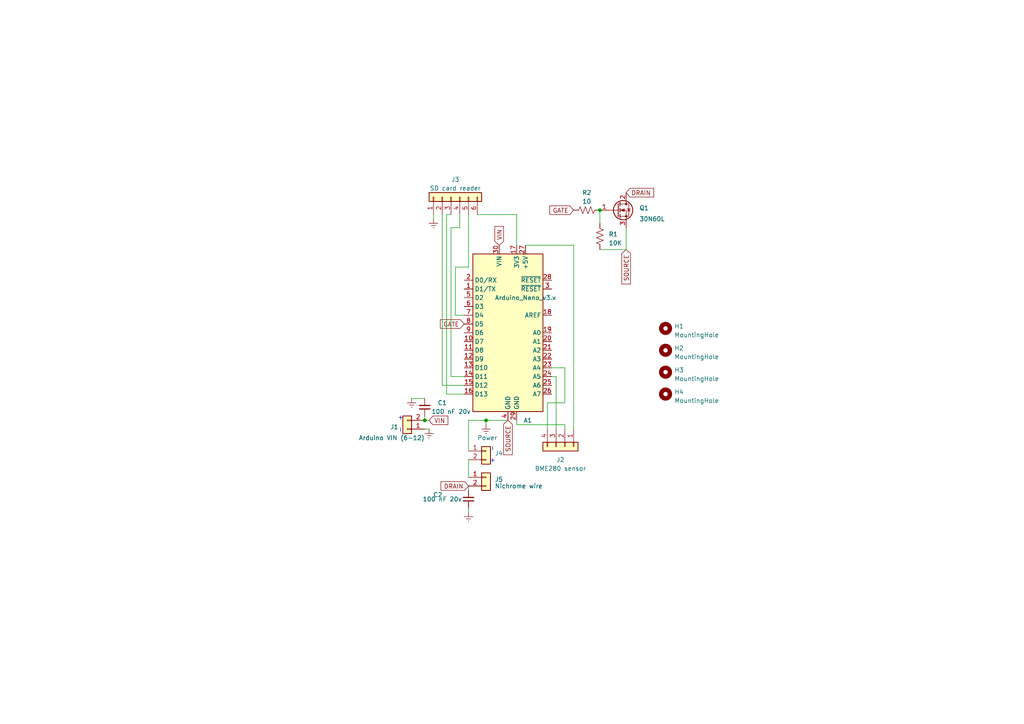
<source format=kicad_sch>
(kicad_sch (version 20230121) (generator eeschema)

  (uuid 1327e86c-540b-41e6-bd30-fab3cd20ffe9)

  (paper "A4")

  (lib_symbols
    (symbol "Connector_Generic:Conn_01x02" (pin_names (offset 1.016) hide) (in_bom yes) (on_board yes)
      (property "Reference" "J" (at 0 2.54 0)
        (effects (font (size 1.27 1.27)))
      )
      (property "Value" "Conn_01x02" (at 0 -5.08 0)
        (effects (font (size 1.27 1.27)))
      )
      (property "Footprint" "" (at 0 0 0)
        (effects (font (size 1.27 1.27)) hide)
      )
      (property "Datasheet" "~" (at 0 0 0)
        (effects (font (size 1.27 1.27)) hide)
      )
      (property "ki_keywords" "connector" (at 0 0 0)
        (effects (font (size 1.27 1.27)) hide)
      )
      (property "ki_description" "Generic connector, single row, 01x02, script generated (kicad-library-utils/schlib/autogen/connector/)" (at 0 0 0)
        (effects (font (size 1.27 1.27)) hide)
      )
      (property "ki_fp_filters" "Connector*:*_1x??_*" (at 0 0 0)
        (effects (font (size 1.27 1.27)) hide)
      )
      (symbol "Conn_01x02_1_1"
        (rectangle (start -1.27 -2.413) (end 0 -2.667)
          (stroke (width 0.1524) (type default))
          (fill (type none))
        )
        (rectangle (start -1.27 0.127) (end 0 -0.127)
          (stroke (width 0.1524) (type default))
          (fill (type none))
        )
        (rectangle (start -1.27 1.27) (end 1.27 -3.81)
          (stroke (width 0.254) (type default))
          (fill (type background))
        )
        (pin passive line (at -5.08 0 0) (length 3.81)
          (name "Pin_1" (effects (font (size 1.27 1.27))))
          (number "1" (effects (font (size 1.27 1.27))))
        )
        (pin passive line (at -5.08 -2.54 0) (length 3.81)
          (name "Pin_2" (effects (font (size 1.27 1.27))))
          (number "2" (effects (font (size 1.27 1.27))))
        )
      )
    )
    (symbol "Connector_Generic:Conn_01x04" (pin_names (offset 1.016) hide) (in_bom yes) (on_board yes)
      (property "Reference" "J" (at 0 5.08 0)
        (effects (font (size 1.27 1.27)))
      )
      (property "Value" "Conn_01x04" (at 0 -7.62 0)
        (effects (font (size 1.27 1.27)))
      )
      (property "Footprint" "" (at 0 0 0)
        (effects (font (size 1.27 1.27)) hide)
      )
      (property "Datasheet" "~" (at 0 0 0)
        (effects (font (size 1.27 1.27)) hide)
      )
      (property "ki_keywords" "connector" (at 0 0 0)
        (effects (font (size 1.27 1.27)) hide)
      )
      (property "ki_description" "Generic connector, single row, 01x04, script generated (kicad-library-utils/schlib/autogen/connector/)" (at 0 0 0)
        (effects (font (size 1.27 1.27)) hide)
      )
      (property "ki_fp_filters" "Connector*:*_1x??_*" (at 0 0 0)
        (effects (font (size 1.27 1.27)) hide)
      )
      (symbol "Conn_01x04_1_1"
        (rectangle (start -1.27 -4.953) (end 0 -5.207)
          (stroke (width 0.1524) (type default))
          (fill (type none))
        )
        (rectangle (start -1.27 -2.413) (end 0 -2.667)
          (stroke (width 0.1524) (type default))
          (fill (type none))
        )
        (rectangle (start -1.27 0.127) (end 0 -0.127)
          (stroke (width 0.1524) (type default))
          (fill (type none))
        )
        (rectangle (start -1.27 2.667) (end 0 2.413)
          (stroke (width 0.1524) (type default))
          (fill (type none))
        )
        (rectangle (start -1.27 3.81) (end 1.27 -6.35)
          (stroke (width 0.254) (type default))
          (fill (type background))
        )
        (pin passive line (at -5.08 2.54 0) (length 3.81)
          (name "Pin_1" (effects (font (size 1.27 1.27))))
          (number "1" (effects (font (size 1.27 1.27))))
        )
        (pin passive line (at -5.08 0 0) (length 3.81)
          (name "Pin_2" (effects (font (size 1.27 1.27))))
          (number "2" (effects (font (size 1.27 1.27))))
        )
        (pin passive line (at -5.08 -2.54 0) (length 3.81)
          (name "Pin_3" (effects (font (size 1.27 1.27))))
          (number "3" (effects (font (size 1.27 1.27))))
        )
        (pin passive line (at -5.08 -5.08 0) (length 3.81)
          (name "Pin_4" (effects (font (size 1.27 1.27))))
          (number "4" (effects (font (size 1.27 1.27))))
        )
      )
    )
    (symbol "Connector_Generic:Conn_01x06" (pin_names (offset 1.016) hide) (in_bom yes) (on_board yes)
      (property "Reference" "J" (at 0 7.62 0)
        (effects (font (size 1.27 1.27)))
      )
      (property "Value" "Conn_01x06" (at 0 -10.16 0)
        (effects (font (size 1.27 1.27)))
      )
      (property "Footprint" "" (at 0 0 0)
        (effects (font (size 1.27 1.27)) hide)
      )
      (property "Datasheet" "~" (at 0 0 0)
        (effects (font (size 1.27 1.27)) hide)
      )
      (property "ki_keywords" "connector" (at 0 0 0)
        (effects (font (size 1.27 1.27)) hide)
      )
      (property "ki_description" "Generic connector, single row, 01x06, script generated (kicad-library-utils/schlib/autogen/connector/)" (at 0 0 0)
        (effects (font (size 1.27 1.27)) hide)
      )
      (property "ki_fp_filters" "Connector*:*_1x??_*" (at 0 0 0)
        (effects (font (size 1.27 1.27)) hide)
      )
      (symbol "Conn_01x06_1_1"
        (rectangle (start -1.27 -7.493) (end 0 -7.747)
          (stroke (width 0.1524) (type default))
          (fill (type none))
        )
        (rectangle (start -1.27 -4.953) (end 0 -5.207)
          (stroke (width 0.1524) (type default))
          (fill (type none))
        )
        (rectangle (start -1.27 -2.413) (end 0 -2.667)
          (stroke (width 0.1524) (type default))
          (fill (type none))
        )
        (rectangle (start -1.27 0.127) (end 0 -0.127)
          (stroke (width 0.1524) (type default))
          (fill (type none))
        )
        (rectangle (start -1.27 2.667) (end 0 2.413)
          (stroke (width 0.1524) (type default))
          (fill (type none))
        )
        (rectangle (start -1.27 5.207) (end 0 4.953)
          (stroke (width 0.1524) (type default))
          (fill (type none))
        )
        (rectangle (start -1.27 6.35) (end 1.27 -8.89)
          (stroke (width 0.254) (type default))
          (fill (type background))
        )
        (pin passive line (at -5.08 5.08 0) (length 3.81)
          (name "Pin_1" (effects (font (size 1.27 1.27))))
          (number "1" (effects (font (size 1.27 1.27))))
        )
        (pin passive line (at -5.08 2.54 0) (length 3.81)
          (name "Pin_2" (effects (font (size 1.27 1.27))))
          (number "2" (effects (font (size 1.27 1.27))))
        )
        (pin passive line (at -5.08 0 0) (length 3.81)
          (name "Pin_3" (effects (font (size 1.27 1.27))))
          (number "3" (effects (font (size 1.27 1.27))))
        )
        (pin passive line (at -5.08 -2.54 0) (length 3.81)
          (name "Pin_4" (effects (font (size 1.27 1.27))))
          (number "4" (effects (font (size 1.27 1.27))))
        )
        (pin passive line (at -5.08 -5.08 0) (length 3.81)
          (name "Pin_5" (effects (font (size 1.27 1.27))))
          (number "5" (effects (font (size 1.27 1.27))))
        )
        (pin passive line (at -5.08 -7.62 0) (length 3.81)
          (name "Pin_6" (effects (font (size 1.27 1.27))))
          (number "6" (effects (font (size 1.27 1.27))))
        )
      )
    )
    (symbol "Device:C_Small" (pin_numbers hide) (pin_names (offset 0.254) hide) (in_bom yes) (on_board yes)
      (property "Reference" "C" (at 0.254 1.778 0)
        (effects (font (size 1.27 1.27)) (justify left))
      )
      (property "Value" "C_Small" (at 0.254 -2.032 0)
        (effects (font (size 1.27 1.27)) (justify left))
      )
      (property "Footprint" "" (at 0 0 0)
        (effects (font (size 1.27 1.27)) hide)
      )
      (property "Datasheet" "~" (at 0 0 0)
        (effects (font (size 1.27 1.27)) hide)
      )
      (property "ki_keywords" "capacitor cap" (at 0 0 0)
        (effects (font (size 1.27 1.27)) hide)
      )
      (property "ki_description" "Unpolarized capacitor, small symbol" (at 0 0 0)
        (effects (font (size 1.27 1.27)) hide)
      )
      (property "ki_fp_filters" "C_*" (at 0 0 0)
        (effects (font (size 1.27 1.27)) hide)
      )
      (symbol "C_Small_0_1"
        (polyline
          (pts
            (xy -1.524 -0.508)
            (xy 1.524 -0.508)
          )
          (stroke (width 0.3302) (type default))
          (fill (type none))
        )
        (polyline
          (pts
            (xy -1.524 0.508)
            (xy 1.524 0.508)
          )
          (stroke (width 0.3048) (type default))
          (fill (type none))
        )
      )
      (symbol "C_Small_1_1"
        (pin passive line (at 0 2.54 270) (length 2.032)
          (name "~" (effects (font (size 1.27 1.27))))
          (number "1" (effects (font (size 1.27 1.27))))
        )
        (pin passive line (at 0 -2.54 90) (length 2.032)
          (name "~" (effects (font (size 1.27 1.27))))
          (number "2" (effects (font (size 1.27 1.27))))
        )
      )
    )
    (symbol "Device:Q_NMOS_GDS" (pin_names (offset 0) hide) (in_bom yes) (on_board yes)
      (property "Reference" "Q" (at 5.08 1.27 0)
        (effects (font (size 1.27 1.27)) (justify left))
      )
      (property "Value" "Q_NMOS_GDS" (at 5.08 -1.27 0)
        (effects (font (size 1.27 1.27)) (justify left))
      )
      (property "Footprint" "" (at 5.08 2.54 0)
        (effects (font (size 1.27 1.27)) hide)
      )
      (property "Datasheet" "~" (at 0 0 0)
        (effects (font (size 1.27 1.27)) hide)
      )
      (property "ki_keywords" "transistor NMOS N-MOS N-MOSFET" (at 0 0 0)
        (effects (font (size 1.27 1.27)) hide)
      )
      (property "ki_description" "N-MOSFET transistor, gate/drain/source" (at 0 0 0)
        (effects (font (size 1.27 1.27)) hide)
      )
      (symbol "Q_NMOS_GDS_0_1"
        (polyline
          (pts
            (xy 0.254 0)
            (xy -2.54 0)
          )
          (stroke (width 0) (type default))
          (fill (type none))
        )
        (polyline
          (pts
            (xy 0.254 1.905)
            (xy 0.254 -1.905)
          )
          (stroke (width 0.254) (type default))
          (fill (type none))
        )
        (polyline
          (pts
            (xy 0.762 -1.27)
            (xy 0.762 -2.286)
          )
          (stroke (width 0.254) (type default))
          (fill (type none))
        )
        (polyline
          (pts
            (xy 0.762 0.508)
            (xy 0.762 -0.508)
          )
          (stroke (width 0.254) (type default))
          (fill (type none))
        )
        (polyline
          (pts
            (xy 0.762 2.286)
            (xy 0.762 1.27)
          )
          (stroke (width 0.254) (type default))
          (fill (type none))
        )
        (polyline
          (pts
            (xy 2.54 2.54)
            (xy 2.54 1.778)
          )
          (stroke (width 0) (type default))
          (fill (type none))
        )
        (polyline
          (pts
            (xy 2.54 -2.54)
            (xy 2.54 0)
            (xy 0.762 0)
          )
          (stroke (width 0) (type default))
          (fill (type none))
        )
        (polyline
          (pts
            (xy 0.762 -1.778)
            (xy 3.302 -1.778)
            (xy 3.302 1.778)
            (xy 0.762 1.778)
          )
          (stroke (width 0) (type default))
          (fill (type none))
        )
        (polyline
          (pts
            (xy 1.016 0)
            (xy 2.032 0.381)
            (xy 2.032 -0.381)
            (xy 1.016 0)
          )
          (stroke (width 0) (type default))
          (fill (type outline))
        )
        (polyline
          (pts
            (xy 2.794 0.508)
            (xy 2.921 0.381)
            (xy 3.683 0.381)
            (xy 3.81 0.254)
          )
          (stroke (width 0) (type default))
          (fill (type none))
        )
        (polyline
          (pts
            (xy 3.302 0.381)
            (xy 2.921 -0.254)
            (xy 3.683 -0.254)
            (xy 3.302 0.381)
          )
          (stroke (width 0) (type default))
          (fill (type none))
        )
        (circle (center 1.651 0) (radius 2.794)
          (stroke (width 0.254) (type default))
          (fill (type none))
        )
        (circle (center 2.54 -1.778) (radius 0.254)
          (stroke (width 0) (type default))
          (fill (type outline))
        )
        (circle (center 2.54 1.778) (radius 0.254)
          (stroke (width 0) (type default))
          (fill (type outline))
        )
      )
      (symbol "Q_NMOS_GDS_1_1"
        (pin input line (at -5.08 0 0) (length 2.54)
          (name "G" (effects (font (size 1.27 1.27))))
          (number "1" (effects (font (size 1.27 1.27))))
        )
        (pin passive line (at 2.54 5.08 270) (length 2.54)
          (name "D" (effects (font (size 1.27 1.27))))
          (number "2" (effects (font (size 1.27 1.27))))
        )
        (pin passive line (at 2.54 -5.08 90) (length 2.54)
          (name "S" (effects (font (size 1.27 1.27))))
          (number "3" (effects (font (size 1.27 1.27))))
        )
      )
    )
    (symbol "Device:R_US" (pin_numbers hide) (pin_names (offset 0)) (in_bom yes) (on_board yes)
      (property "Reference" "R" (at 2.54 0 90)
        (effects (font (size 1.27 1.27)))
      )
      (property "Value" "R_US" (at -2.54 0 90)
        (effects (font (size 1.27 1.27)))
      )
      (property "Footprint" "" (at 1.016 -0.254 90)
        (effects (font (size 1.27 1.27)) hide)
      )
      (property "Datasheet" "~" (at 0 0 0)
        (effects (font (size 1.27 1.27)) hide)
      )
      (property "ki_keywords" "R res resistor" (at 0 0 0)
        (effects (font (size 1.27 1.27)) hide)
      )
      (property "ki_description" "Resistor, US symbol" (at 0 0 0)
        (effects (font (size 1.27 1.27)) hide)
      )
      (property "ki_fp_filters" "R_*" (at 0 0 0)
        (effects (font (size 1.27 1.27)) hide)
      )
      (symbol "R_US_0_1"
        (polyline
          (pts
            (xy 0 -2.286)
            (xy 0 -2.54)
          )
          (stroke (width 0) (type default))
          (fill (type none))
        )
        (polyline
          (pts
            (xy 0 2.286)
            (xy 0 2.54)
          )
          (stroke (width 0) (type default))
          (fill (type none))
        )
        (polyline
          (pts
            (xy 0 -0.762)
            (xy 1.016 -1.143)
            (xy 0 -1.524)
            (xy -1.016 -1.905)
            (xy 0 -2.286)
          )
          (stroke (width 0) (type default))
          (fill (type none))
        )
        (polyline
          (pts
            (xy 0 0.762)
            (xy 1.016 0.381)
            (xy 0 0)
            (xy -1.016 -0.381)
            (xy 0 -0.762)
          )
          (stroke (width 0) (type default))
          (fill (type none))
        )
        (polyline
          (pts
            (xy 0 2.286)
            (xy 1.016 1.905)
            (xy 0 1.524)
            (xy -1.016 1.143)
            (xy 0 0.762)
          )
          (stroke (width 0) (type default))
          (fill (type none))
        )
      )
      (symbol "R_US_1_1"
        (pin passive line (at 0 3.81 270) (length 1.27)
          (name "~" (effects (font (size 1.27 1.27))))
          (number "1" (effects (font (size 1.27 1.27))))
        )
        (pin passive line (at 0 -3.81 90) (length 1.27)
          (name "~" (effects (font (size 1.27 1.27))))
          (number "2" (effects (font (size 1.27 1.27))))
        )
      )
    )
    (symbol "MCU_Module:Arduino_Nano_v3.x" (in_bom yes) (on_board yes)
      (property "Reference" "A" (at -10.16 23.495 0)
        (effects (font (size 1.27 1.27)) (justify left bottom))
      )
      (property "Value" "Arduino_Nano_v3.x" (at 5.08 -24.13 0)
        (effects (font (size 1.27 1.27)) (justify left top))
      )
      (property "Footprint" "Module:Arduino_Nano" (at 0 0 0)
        (effects (font (size 1.27 1.27) italic) hide)
      )
      (property "Datasheet" "http://www.mouser.com/pdfdocs/Gravitech_Arduino_Nano3_0.pdf" (at 0 0 0)
        (effects (font (size 1.27 1.27)) hide)
      )
      (property "ki_keywords" "Arduino nano microcontroller module USB" (at 0 0 0)
        (effects (font (size 1.27 1.27)) hide)
      )
      (property "ki_description" "Arduino Nano v3.x" (at 0 0 0)
        (effects (font (size 1.27 1.27)) hide)
      )
      (property "ki_fp_filters" "Arduino*Nano*" (at 0 0 0)
        (effects (font (size 1.27 1.27)) hide)
      )
      (symbol "Arduino_Nano_v3.x_0_1"
        (rectangle (start -10.16 22.86) (end 10.16 -22.86)
          (stroke (width 0.254) (type default))
          (fill (type background))
        )
      )
      (symbol "Arduino_Nano_v3.x_1_1"
        (pin bidirectional line (at -12.7 12.7 0) (length 2.54)
          (name "D1/TX" (effects (font (size 1.27 1.27))))
          (number "1" (effects (font (size 1.27 1.27))))
        )
        (pin bidirectional line (at -12.7 -2.54 0) (length 2.54)
          (name "D7" (effects (font (size 1.27 1.27))))
          (number "10" (effects (font (size 1.27 1.27))))
        )
        (pin bidirectional line (at -12.7 -5.08 0) (length 2.54)
          (name "D8" (effects (font (size 1.27 1.27))))
          (number "11" (effects (font (size 1.27 1.27))))
        )
        (pin bidirectional line (at -12.7 -7.62 0) (length 2.54)
          (name "D9" (effects (font (size 1.27 1.27))))
          (number "12" (effects (font (size 1.27 1.27))))
        )
        (pin bidirectional line (at -12.7 -10.16 0) (length 2.54)
          (name "D10" (effects (font (size 1.27 1.27))))
          (number "13" (effects (font (size 1.27 1.27))))
        )
        (pin bidirectional line (at -12.7 -12.7 0) (length 2.54)
          (name "D11" (effects (font (size 1.27 1.27))))
          (number "14" (effects (font (size 1.27 1.27))))
        )
        (pin bidirectional line (at -12.7 -15.24 0) (length 2.54)
          (name "D12" (effects (font (size 1.27 1.27))))
          (number "15" (effects (font (size 1.27 1.27))))
        )
        (pin bidirectional line (at -12.7 -17.78 0) (length 2.54)
          (name "D13" (effects (font (size 1.27 1.27))))
          (number "16" (effects (font (size 1.27 1.27))))
        )
        (pin power_out line (at 2.54 25.4 270) (length 2.54)
          (name "3V3" (effects (font (size 1.27 1.27))))
          (number "17" (effects (font (size 1.27 1.27))))
        )
        (pin input line (at 12.7 5.08 180) (length 2.54)
          (name "AREF" (effects (font (size 1.27 1.27))))
          (number "18" (effects (font (size 1.27 1.27))))
        )
        (pin bidirectional line (at 12.7 0 180) (length 2.54)
          (name "A0" (effects (font (size 1.27 1.27))))
          (number "19" (effects (font (size 1.27 1.27))))
        )
        (pin bidirectional line (at -12.7 15.24 0) (length 2.54)
          (name "D0/RX" (effects (font (size 1.27 1.27))))
          (number "2" (effects (font (size 1.27 1.27))))
        )
        (pin bidirectional line (at 12.7 -2.54 180) (length 2.54)
          (name "A1" (effects (font (size 1.27 1.27))))
          (number "20" (effects (font (size 1.27 1.27))))
        )
        (pin bidirectional line (at 12.7 -5.08 180) (length 2.54)
          (name "A2" (effects (font (size 1.27 1.27))))
          (number "21" (effects (font (size 1.27 1.27))))
        )
        (pin bidirectional line (at 12.7 -7.62 180) (length 2.54)
          (name "A3" (effects (font (size 1.27 1.27))))
          (number "22" (effects (font (size 1.27 1.27))))
        )
        (pin bidirectional line (at 12.7 -10.16 180) (length 2.54)
          (name "A4" (effects (font (size 1.27 1.27))))
          (number "23" (effects (font (size 1.27 1.27))))
        )
        (pin bidirectional line (at 12.7 -12.7 180) (length 2.54)
          (name "A5" (effects (font (size 1.27 1.27))))
          (number "24" (effects (font (size 1.27 1.27))))
        )
        (pin bidirectional line (at 12.7 -15.24 180) (length 2.54)
          (name "A6" (effects (font (size 1.27 1.27))))
          (number "25" (effects (font (size 1.27 1.27))))
        )
        (pin bidirectional line (at 12.7 -17.78 180) (length 2.54)
          (name "A7" (effects (font (size 1.27 1.27))))
          (number "26" (effects (font (size 1.27 1.27))))
        )
        (pin power_out line (at 5.08 25.4 270) (length 2.54)
          (name "+5V" (effects (font (size 1.27 1.27))))
          (number "27" (effects (font (size 1.27 1.27))))
        )
        (pin input line (at 12.7 15.24 180) (length 2.54)
          (name "~{RESET}" (effects (font (size 1.27 1.27))))
          (number "28" (effects (font (size 1.27 1.27))))
        )
        (pin power_in line (at 2.54 -25.4 90) (length 2.54)
          (name "GND" (effects (font (size 1.27 1.27))))
          (number "29" (effects (font (size 1.27 1.27))))
        )
        (pin input line (at 12.7 12.7 180) (length 2.54)
          (name "~{RESET}" (effects (font (size 1.27 1.27))))
          (number "3" (effects (font (size 1.27 1.27))))
        )
        (pin power_in line (at -2.54 25.4 270) (length 2.54)
          (name "VIN" (effects (font (size 1.27 1.27))))
          (number "30" (effects (font (size 1.27 1.27))))
        )
        (pin power_in line (at 0 -25.4 90) (length 2.54)
          (name "GND" (effects (font (size 1.27 1.27))))
          (number "4" (effects (font (size 1.27 1.27))))
        )
        (pin bidirectional line (at -12.7 10.16 0) (length 2.54)
          (name "D2" (effects (font (size 1.27 1.27))))
          (number "5" (effects (font (size 1.27 1.27))))
        )
        (pin bidirectional line (at -12.7 7.62 0) (length 2.54)
          (name "D3" (effects (font (size 1.27 1.27))))
          (number "6" (effects (font (size 1.27 1.27))))
        )
        (pin bidirectional line (at -12.7 5.08 0) (length 2.54)
          (name "D4" (effects (font (size 1.27 1.27))))
          (number "7" (effects (font (size 1.27 1.27))))
        )
        (pin bidirectional line (at -12.7 2.54 0) (length 2.54)
          (name "D5" (effects (font (size 1.27 1.27))))
          (number "8" (effects (font (size 1.27 1.27))))
        )
        (pin bidirectional line (at -12.7 0 0) (length 2.54)
          (name "D6" (effects (font (size 1.27 1.27))))
          (number "9" (effects (font (size 1.27 1.27))))
        )
      )
    )
    (symbol "Mechanical:MountingHole" (pin_names (offset 1.016)) (in_bom yes) (on_board yes)
      (property "Reference" "H" (at 0 5.08 0)
        (effects (font (size 1.27 1.27)))
      )
      (property "Value" "MountingHole" (at 0 3.175 0)
        (effects (font (size 1.27 1.27)))
      )
      (property "Footprint" "" (at 0 0 0)
        (effects (font (size 1.27 1.27)) hide)
      )
      (property "Datasheet" "~" (at 0 0 0)
        (effects (font (size 1.27 1.27)) hide)
      )
      (property "ki_keywords" "mounting hole" (at 0 0 0)
        (effects (font (size 1.27 1.27)) hide)
      )
      (property "ki_description" "Mounting Hole without connection" (at 0 0 0)
        (effects (font (size 1.27 1.27)) hide)
      )
      (property "ki_fp_filters" "MountingHole*" (at 0 0 0)
        (effects (font (size 1.27 1.27)) hide)
      )
      (symbol "MountingHole_0_1"
        (circle (center 0 0) (radius 1.27)
          (stroke (width 1.27) (type default))
          (fill (type none))
        )
      )
    )
    (symbol "power:Earth" (power) (pin_names (offset 0)) (in_bom yes) (on_board yes)
      (property "Reference" "#PWR" (at 0 -6.35 0)
        (effects (font (size 1.27 1.27)) hide)
      )
      (property "Value" "Earth" (at 0 -3.81 0)
        (effects (font (size 1.27 1.27)) hide)
      )
      (property "Footprint" "" (at 0 0 0)
        (effects (font (size 1.27 1.27)) hide)
      )
      (property "Datasheet" "~" (at 0 0 0)
        (effects (font (size 1.27 1.27)) hide)
      )
      (property "ki_keywords" "global ground gnd" (at 0 0 0)
        (effects (font (size 1.27 1.27)) hide)
      )
      (property "ki_description" "Power symbol creates a global label with name \"Earth\"" (at 0 0 0)
        (effects (font (size 1.27 1.27)) hide)
      )
      (symbol "Earth_0_1"
        (polyline
          (pts
            (xy -0.635 -1.905)
            (xy 0.635 -1.905)
          )
          (stroke (width 0) (type default))
          (fill (type none))
        )
        (polyline
          (pts
            (xy -0.127 -2.54)
            (xy 0.127 -2.54)
          )
          (stroke (width 0) (type default))
          (fill (type none))
        )
        (polyline
          (pts
            (xy 0 -1.27)
            (xy 0 0)
          )
          (stroke (width 0) (type default))
          (fill (type none))
        )
        (polyline
          (pts
            (xy 1.27 -1.27)
            (xy -1.27 -1.27)
          )
          (stroke (width 0) (type default))
          (fill (type none))
        )
      )
      (symbol "Earth_1_1"
        (pin power_in line (at 0 0 270) (length 0) hide
          (name "Earth" (effects (font (size 1.27 1.27))))
          (number "1" (effects (font (size 1.27 1.27))))
        )
      )
    )
  )

  (junction (at 173.99 60.96) (diameter 0) (color 0 0 0 0)
    (uuid 0d4a1a8f-8dad-4ea0-8105-397b7c170726)
  )
  (junction (at 140.97 121.92) (diameter 0) (color 0 0 0 0)
    (uuid 3267488e-43c2-4e9e-bd6b-d2c45a59ed5a)
  )
  (junction (at 123.19 121.92) (diameter 0) (color 0 0 0 0)
    (uuid 5ccb35d9-c5b7-4d03-82c0-17011b01d374)
  )

  (wire (pts (xy 123.19 120.65) (xy 123.19 121.92))
    (stroke (width 0) (type default))
    (uuid 0ccc2091-78a8-44b4-8c88-f23cf31502d3)
  )
  (wire (pts (xy 135.89 62.23) (xy 135.89 77.47))
    (stroke (width 0) (type default))
    (uuid 123dbab8-b5bf-4db3-ad16-905ecaf2bf1d)
  )
  (wire (pts (xy 135.89 133.35) (xy 135.89 138.43))
    (stroke (width 0) (type default))
    (uuid 13ab2dd2-e680-447b-b1fb-8e15f9a9c1d4)
  )
  (wire (pts (xy 130.81 66.04) (xy 130.81 109.22))
    (stroke (width 0) (type default))
    (uuid 15a47b6f-0400-43e9-a9b4-9baba0cfe3c6)
  )
  (wire (pts (xy 138.43 62.23) (xy 149.86 62.23))
    (stroke (width 0) (type default))
    (uuid 1ad5ba51-1765-4817-adfd-66c0c54759d8)
  )
  (wire (pts (xy 163.83 124.46) (xy 163.83 123.19))
    (stroke (width 0) (type default))
    (uuid 2375b95a-0b4f-4e35-82fa-3179574eac0f)
  )
  (wire (pts (xy 158.75 124.46) (xy 158.75 116.84))
    (stroke (width 0) (type default))
    (uuid 24802fe5-769b-45d8-9d30-a7cd84877eda)
  )
  (wire (pts (xy 135.89 121.92) (xy 140.97 121.92))
    (stroke (width 0) (type default))
    (uuid 297c51d6-11ff-4e9e-977e-decfa704f904)
  )
  (wire (pts (xy 130.81 109.22) (xy 134.62 109.22))
    (stroke (width 0) (type default))
    (uuid 2d9e845d-1347-43a7-beaf-40ba098b6af7)
  )
  (wire (pts (xy 123.19 121.92) (xy 124.46 121.92))
    (stroke (width 0) (type default))
    (uuid 34fa3a68-3cee-4df1-b7c6-cbc40b5b6ae0)
  )
  (wire (pts (xy 125.73 62.23) (xy 125.73 63.5))
    (stroke (width 0) (type default))
    (uuid 3a66c12c-dfa9-47c4-8490-02419d67e106)
  )
  (wire (pts (xy 135.89 121.92) (xy 135.89 130.81))
    (stroke (width 0) (type default))
    (uuid 43e462f0-6149-4b88-b875-3925d4eda97d)
  )
  (wire (pts (xy 140.97 121.92) (xy 147.32 121.92))
    (stroke (width 0) (type default))
    (uuid 44e9192a-caad-4a51-b240-998ba2b8939d)
  )
  (wire (pts (xy 166.37 124.46) (xy 166.37 71.12))
    (stroke (width 0) (type default))
    (uuid 4b87abd5-2550-4ee3-b1a6-33c7c6f50dd5)
  )
  (wire (pts (xy 166.37 71.12) (xy 152.4 71.12))
    (stroke (width 0) (type default))
    (uuid 533bf84a-5ba1-44d5-aa61-94ee0318202f)
  )
  (wire (pts (xy 135.89 140.97) (xy 135.89 142.24))
    (stroke (width 0) (type default))
    (uuid 5fc7871d-0ff8-405f-aab5-94fdefdd0e3b)
  )
  (wire (pts (xy 132.08 77.47) (xy 135.89 77.47))
    (stroke (width 0) (type default))
    (uuid 6c91e896-eaf4-4677-b421-31d598146066)
  )
  (wire (pts (xy 161.29 109.22) (xy 160.02 109.22))
    (stroke (width 0) (type default))
    (uuid 6d103f18-f4aa-479d-a857-205e4a60c5c7)
  )
  (wire (pts (xy 140.97 121.92) (xy 140.97 123.19))
    (stroke (width 0) (type default))
    (uuid 75493b92-ba19-4904-aa37-506d8b3d83c5)
  )
  (wire (pts (xy 133.35 66.04) (xy 133.35 62.23))
    (stroke (width 0) (type default))
    (uuid 7ba5b970-3093-4537-b206-62a50fc78142)
  )
  (wire (pts (xy 135.89 148.59) (xy 135.89 147.32))
    (stroke (width 0) (type default))
    (uuid 7e08dcc0-7a99-4b1c-bf4f-c1428bb857c7)
  )
  (wire (pts (xy 128.27 62.23) (xy 128.27 111.76))
    (stroke (width 0) (type default))
    (uuid 80651e1f-ba77-46b6-833c-c6d11ceb4f5b)
  )
  (wire (pts (xy 158.75 116.84) (xy 163.83 116.84))
    (stroke (width 0) (type default))
    (uuid 8453dd44-e38b-4478-adf1-13847eaf2ff7)
  )
  (wire (pts (xy 123.19 124.46) (xy 124.46 124.46))
    (stroke (width 0) (type default))
    (uuid 876c43d6-28b9-491e-adb7-83448d256aaf)
  )
  (wire (pts (xy 181.61 72.39) (xy 181.61 66.04))
    (stroke (width 0) (type default))
    (uuid a5498176-cb34-4d24-96d9-9adeec473d40)
  )
  (wire (pts (xy 173.99 72.39) (xy 181.61 72.39))
    (stroke (width 0) (type default))
    (uuid a855c44e-8c6b-49e3-9d8d-297d62d37d1c)
  )
  (wire (pts (xy 163.83 123.19) (xy 149.86 123.19))
    (stroke (width 0) (type default))
    (uuid aba7c2c1-8b25-4acd-8fa1-cfdde21ba32b)
  )
  (wire (pts (xy 173.99 64.77) (xy 173.99 60.96))
    (stroke (width 0) (type default))
    (uuid b3b46cb9-1c3e-4d9c-a99f-c9f543977089)
  )
  (wire (pts (xy 163.83 106.68) (xy 160.02 106.68))
    (stroke (width 0) (type default))
    (uuid b427dfba-5e4a-44c0-b70e-f6164bc73ee5)
  )
  (wire (pts (xy 163.83 116.84) (xy 163.83 106.68))
    (stroke (width 0) (type default))
    (uuid b4a7f813-8a10-42f1-bf7f-99772a2fa924)
  )
  (wire (pts (xy 161.29 124.46) (xy 161.29 109.22))
    (stroke (width 0) (type default))
    (uuid b6bf7972-e980-4417-bc0d-24c1d78d97b0)
  )
  (wire (pts (xy 130.81 66.04) (xy 133.35 66.04))
    (stroke (width 0) (type default))
    (uuid b8c9fd51-81c4-4805-a65b-cb25a45ac011)
  )
  (wire (pts (xy 149.86 62.23) (xy 149.86 71.12))
    (stroke (width 0) (type default))
    (uuid c0718eec-e6d8-4179-a08b-d89348c6f528)
  )
  (wire (pts (xy 119.38 115.57) (xy 123.19 115.57))
    (stroke (width 0) (type default))
    (uuid c099ccce-1f49-4c9c-8869-dafbdeb37920)
  )
  (wire (pts (xy 129.54 62.23) (xy 129.54 114.3))
    (stroke (width 0) (type default))
    (uuid cfe15bf5-28a6-43a7-b1c4-c6ef98cad0ef)
  )
  (wire (pts (xy 128.27 111.76) (xy 134.62 111.76))
    (stroke (width 0) (type default))
    (uuid d4852ec3-0c48-45c4-a8a1-bf06181f8d61)
  )
  (wire (pts (xy 149.86 123.19) (xy 149.86 121.92))
    (stroke (width 0) (type default))
    (uuid d503b5d3-355e-470e-91a6-d7d56e3671ef)
  )
  (wire (pts (xy 132.08 91.44) (xy 134.62 91.44))
    (stroke (width 0) (type default))
    (uuid ddef27c8-d05b-4665-a455-3adecb3a1cbc)
  )
  (wire (pts (xy 132.08 77.47) (xy 132.08 91.44))
    (stroke (width 0) (type default))
    (uuid ddf2d338-e3b7-4b32-9733-1401217e6e23)
  )
  (wire (pts (xy 129.54 114.3) (xy 134.62 114.3))
    (stroke (width 0) (type default))
    (uuid e8c1b4cf-d56b-40d7-8a82-ad678c73ee68)
  )
  (wire (pts (xy 129.54 62.23) (xy 130.81 62.23))
    (stroke (width 0) (type default))
    (uuid eaa96955-bc5d-4014-8c14-012b3a2a5e93)
  )

  (text "+  -" (at 143.51 134.62 90)
    (effects (font (size 1.27 1.27)) (justify left bottom))
    (uuid 547627da-1f89-4fb5-887f-82823d4b6e99)
  )
  (text "-  +" (at 116.84 125.73 90)
    (effects (font (size 1.27 1.27)) (justify left bottom))
    (uuid e71c6178-10a9-46e4-8031-9ff2baf49c0b)
  )

  (global_label "GATE" (shape input) (at 166.37 60.96 180) (fields_autoplaced)
    (effects (font (size 1.27 1.27)) (justify right))
    (uuid 1cd37a45-2b67-4839-a5a6-6f12df90f628)
    (property "Intersheetrefs" "${INTERSHEET_REFS}" (at 158.989 60.96 0)
      (effects (font (size 1.27 1.27)) (justify right) hide)
    )
  )
  (global_label "DRAIN" (shape input) (at 181.61 55.88 0) (fields_autoplaced)
    (effects (font (size 1.27 1.27)) (justify left))
    (uuid 3116431f-88d0-4c91-b19d-36b388ebdc74)
    (property "Intersheetrefs" "${INTERSHEET_REFS}" (at 190.0797 55.88 0)
      (effects (font (size 1.27 1.27)) (justify left) hide)
    )
  )
  (global_label "DRAIN" (shape input) (at 135.89 140.97 180) (fields_autoplaced)
    (effects (font (size 1.27 1.27)) (justify right))
    (uuid 34f8f372-5986-4df3-90a7-942f22cad681)
    (property "Intersheetrefs" "${INTERSHEET_REFS}" (at 127.4203 140.97 0)
      (effects (font (size 1.27 1.27)) (justify right) hide)
    )
  )
  (global_label "GATE" (shape input) (at 134.62 93.98 180) (fields_autoplaced)
    (effects (font (size 1.27 1.27)) (justify right))
    (uuid 3bff9816-4bbc-4319-829b-1e88c21839b6)
    (property "Intersheetrefs" "${INTERSHEET_REFS}" (at 127.239 93.98 0)
      (effects (font (size 1.27 1.27)) (justify right) hide)
    )
  )
  (global_label "SOURCE" (shape input) (at 147.32 121.92 270) (fields_autoplaced)
    (effects (font (size 1.27 1.27)) (justify right))
    (uuid 76333841-1cfa-4521-8688-3b6c37900682)
    (property "Intersheetrefs" "${INTERSHEET_REFS}" (at 147.32 132.3853 90)
      (effects (font (size 1.27 1.27)) (justify right) hide)
    )
  )
  (global_label "VIN" (shape input) (at 124.46 121.92 0) (fields_autoplaced)
    (effects (font (size 1.27 1.27)) (justify left))
    (uuid b9657fd7-618b-4ea1-9089-bded2d209d14)
    (property "Intersheetrefs" "${INTERSHEET_REFS}" (at 130.3897 121.92 0)
      (effects (font (size 1.27 1.27)) (justify left) hide)
    )
  )
  (global_label "SOURCE" (shape input) (at 181.61 72.39 270) (fields_autoplaced)
    (effects (font (size 1.27 1.27)) (justify right))
    (uuid e1a80014-7e21-4536-9afc-b15a017e25cc)
    (property "Intersheetrefs" "${INTERSHEET_REFS}" (at 181.61 82.8553 90)
      (effects (font (size 1.27 1.27)) (justify right) hide)
    )
  )
  (global_label "VIN" (shape input) (at 144.78 71.12 90) (fields_autoplaced)
    (effects (font (size 1.27 1.27)) (justify left))
    (uuid e2090855-0c47-4c07-b768-f2b58649df20)
    (property "Intersheetrefs" "${INTERSHEET_REFS}" (at 144.78 65.1903 90)
      (effects (font (size 1.27 1.27)) (justify left) hide)
    )
  )

  (symbol (lib_id "power:Earth") (at 125.73 63.5 0) (unit 1)
    (in_bom yes) (on_board yes) (dnp no) (fields_autoplaced)
    (uuid 0b2978da-106a-4a22-aea6-268e0a69fd41)
    (property "Reference" "#PWR03" (at 125.73 69.85 0)
      (effects (font (size 1.27 1.27)) hide)
    )
    (property "Value" "Earth" (at 125.73 67.31 0)
      (effects (font (size 1.27 1.27)) hide)
    )
    (property "Footprint" "" (at 125.73 63.5 0)
      (effects (font (size 1.27 1.27)) hide)
    )
    (property "Datasheet" "~" (at 125.73 63.5 0)
      (effects (font (size 1.27 1.27)) hide)
    )
    (pin "1" (uuid 08250048-26b7-4a49-87cd-273dba0e5498))
    (instances
      (project "Elias'supercoolpcbheater"
        (path "/1327e86c-540b-41e6-bd30-fab3cd20ffe9"
          (reference "#PWR03") (unit 1)
        )
      )
    )
  )

  (symbol (lib_id "MCU_Module:Arduino_Nano_v3.x") (at 147.32 96.52 0) (unit 1)
    (in_bom yes) (on_board yes) (dnp no)
    (uuid 26c350d3-7dc6-4094-9542-2ae869346570)
    (property "Reference" "A1" (at 151.8159 121.92 0)
      (effects (font (size 1.27 1.27)) (justify left))
    )
    (property "Value" "Arduino_Nano_v3.x" (at 143.51 86.36 0)
      (effects (font (size 1.27 1.27)) (justify left))
    )
    (property "Footprint" "Module:Arduino_Nano" (at 147.32 96.52 0)
      (effects (font (size 1.27 1.27) italic) hide)
    )
    (property "Datasheet" "http://www.mouser.com/pdfdocs/Gravitech_Arduino_Nano3_0.pdf" (at 147.32 96.52 0)
      (effects (font (size 1.27 1.27)) hide)
    )
    (pin "1" (uuid 0e0f955e-3158-44cd-bcf9-37433e22ada6))
    (pin "10" (uuid adfc6719-a649-46ce-a8bd-4a82cb01490c))
    (pin "11" (uuid 526e11d3-fc6f-4bd2-8095-c74638915c58))
    (pin "12" (uuid e3076684-de0c-4362-9c39-b4f0238a49c6))
    (pin "13" (uuid 5c480d1a-39ee-403e-95cf-34de06eb5d7b))
    (pin "14" (uuid 83073ce0-4736-4011-a957-75219ebd5f48))
    (pin "15" (uuid 8348980f-cc8b-4bb3-a2eb-1e92c3a302a9))
    (pin "16" (uuid 57f5f0af-0672-435e-890e-676e671077f7))
    (pin "17" (uuid bb07a930-7866-4d05-a2ce-429370fe0ca3))
    (pin "18" (uuid 91b60374-af77-4bf2-b88a-70d1fd9d611b))
    (pin "19" (uuid 7100794a-916b-4c77-95b1-8409a6d63b52))
    (pin "2" (uuid de59a03b-489f-4336-bfe1-1307df906e24))
    (pin "20" (uuid 795c4992-f47a-405b-b876-78fc9a82fe3c))
    (pin "21" (uuid f72b5de4-4df4-4e3d-9d40-43d5fbb7f39c))
    (pin "22" (uuid 670309a9-8d2c-415a-b996-88bef1c2ec2b))
    (pin "23" (uuid b56b1868-5e84-40dc-9554-0c378590db1c))
    (pin "24" (uuid 25158229-79ed-4c09-b28e-4478e7adc437))
    (pin "25" (uuid 2d3dbf53-1558-491e-8330-dfa39534c85b))
    (pin "26" (uuid 41bca247-caaa-4171-8493-7ec5d93dec94))
    (pin "27" (uuid ff7fb76c-88f4-49dc-a7b6-6eb7bc35f11f))
    (pin "28" (uuid a24aa73d-2bcf-4feb-9072-0ae8ca692ed2))
    (pin "29" (uuid 2e94d61c-4efa-4a52-a140-60d01ed73aeb))
    (pin "3" (uuid e301fc64-e373-48d2-a508-510e957a113d))
    (pin "30" (uuid 2ff8efb1-6a38-498b-be0b-4cf21a168ba6))
    (pin "4" (uuid 46c529cd-8ac8-4ed8-82bd-2c22694ad948))
    (pin "5" (uuid 92bddab5-9eed-4268-ba05-9e2eecd4f9f2))
    (pin "6" (uuid 83de863e-b0fc-4a2d-b367-d0ca286b50c0))
    (pin "7" (uuid 75bea1ce-3830-4317-aaa9-cb65d1c300d2))
    (pin "8" (uuid 5e9ee51a-2758-4e93-b2c0-46348f5bcb8e))
    (pin "9" (uuid c6b9eaad-c678-41ca-8628-eacf1af91512))
    (instances
      (project "Elias'supercoolpcbheater"
        (path "/1327e86c-540b-41e6-bd30-fab3cd20ffe9"
          (reference "A1") (unit 1)
        )
      )
    )
  )

  (symbol (lib_id "power:Earth") (at 135.89 148.59 0) (unit 1)
    (in_bom yes) (on_board yes) (dnp no) (fields_autoplaced)
    (uuid 32027cc5-5eda-4ac9-aeac-abd87db6fc96)
    (property "Reference" "#PWR04" (at 135.89 154.94 0)
      (effects (font (size 1.27 1.27)) hide)
    )
    (property "Value" "Earth" (at 135.89 152.4 0)
      (effects (font (size 1.27 1.27)) hide)
    )
    (property "Footprint" "" (at 135.89 148.59 0)
      (effects (font (size 1.27 1.27)) hide)
    )
    (property "Datasheet" "~" (at 135.89 148.59 0)
      (effects (font (size 1.27 1.27)) hide)
    )
    (pin "1" (uuid 7d17054b-7389-4f90-9aae-fba9f9777b18))
    (instances
      (project "Elias'supercoolpcbheater"
        (path "/1327e86c-540b-41e6-bd30-fab3cd20ffe9"
          (reference "#PWR04") (unit 1)
        )
      )
    )
  )

  (symbol (lib_id "Device:C_Small") (at 123.19 118.11 180) (unit 1)
    (in_bom yes) (on_board yes) (dnp no)
    (uuid 32398deb-96f9-4b7d-994d-f22661065681)
    (property "Reference" "C1" (at 128.27 116.84 0)
      (effects (font (size 1.27 1.27)))
    )
    (property "Value" "100 nF 20v" (at 130.81 119.38 0)
      (effects (font (size 1.27 1.27)))
    )
    (property "Footprint" "Capacitor_THT:C_Rect_L10.0mm_W2.5mm_P7.50mm_MKS4" (at 123.19 118.11 0)
      (effects (font (size 1.27 1.27)) hide)
    )
    (property "Datasheet" "~" (at 123.19 118.11 0)
      (effects (font (size 1.27 1.27)) hide)
    )
    (pin "1" (uuid 4b8e6607-d36d-4576-a20b-6c72fc3cf769))
    (pin "2" (uuid 976b9754-fcd4-4236-a1d0-5ca965806b77))
    (instances
      (project "Elias'supercoolpcbheater"
        (path "/1327e86c-540b-41e6-bd30-fab3cd20ffe9"
          (reference "C1") (unit 1)
        )
      )
    )
  )

  (symbol (lib_id "Mechanical:MountingHole") (at 193.04 114.3 0) (unit 1)
    (in_bom yes) (on_board yes) (dnp no) (fields_autoplaced)
    (uuid 3c978649-cfaa-4c5d-84bd-96ccb6f6e4b8)
    (property "Reference" "H4" (at 195.58 113.665 0)
      (effects (font (size 1.27 1.27)) (justify left))
    )
    (property "Value" "MountingHole" (at 195.58 116.205 0)
      (effects (font (size 1.27 1.27)) (justify left))
    )
    (property "Footprint" "MountingHole:MountingHole_3.2mm_M3" (at 193.04 114.3 0)
      (effects (font (size 1.27 1.27)) hide)
    )
    (property "Datasheet" "~" (at 193.04 114.3 0)
      (effects (font (size 1.27 1.27)) hide)
    )
    (instances
      (project "Elias'supercoolpcbheater"
        (path "/1327e86c-540b-41e6-bd30-fab3cd20ffe9"
          (reference "H4") (unit 1)
        )
      )
    )
  )

  (symbol (lib_id "Mechanical:MountingHole") (at 193.04 107.95 0) (unit 1)
    (in_bom yes) (on_board yes) (dnp no) (fields_autoplaced)
    (uuid 3dbd7202-5f9f-407e-98ca-60fc27869e7e)
    (property "Reference" "H3" (at 195.58 107.315 0)
      (effects (font (size 1.27 1.27)) (justify left))
    )
    (property "Value" "MountingHole" (at 195.58 109.855 0)
      (effects (font (size 1.27 1.27)) (justify left))
    )
    (property "Footprint" "MountingHole:MountingHole_3.2mm_M3" (at 193.04 107.95 0)
      (effects (font (size 1.27 1.27)) hide)
    )
    (property "Datasheet" "~" (at 193.04 107.95 0)
      (effects (font (size 1.27 1.27)) hide)
    )
    (instances
      (project "Elias'supercoolpcbheater"
        (path "/1327e86c-540b-41e6-bd30-fab3cd20ffe9"
          (reference "H3") (unit 1)
        )
      )
    )
  )

  (symbol (lib_id "Connector_Generic:Conn_01x02") (at 140.97 138.43 0) (unit 1)
    (in_bom yes) (on_board yes) (dnp no)
    (uuid 4e1b7cda-844c-414a-a8eb-bf5f96990c8a)
    (property "Reference" "J5" (at 143.51 139.065 0)
      (effects (font (size 1.27 1.27)) (justify left))
    )
    (property "Value" "Nichrome wire" (at 143.51 140.97 0)
      (effects (font (size 1.27 1.27)) (justify left))
    )
    (property "Footprint" "Connector_PinHeader_2.54mm:PinHeader_1x02_P2.54mm_Vertical" (at 140.97 138.43 0)
      (effects (font (size 1.27 1.27)) hide)
    )
    (property "Datasheet" "~" (at 140.97 138.43 0)
      (effects (font (size 1.27 1.27)) hide)
    )
    (pin "1" (uuid dfd4356d-3f27-46ed-aed5-f8e61ae4b5b3))
    (pin "2" (uuid df08ada0-d11e-4104-ba60-073eb51d7795))
    (instances
      (project "Elias'supercoolpcbheater"
        (path "/1327e86c-540b-41e6-bd30-fab3cd20ffe9"
          (reference "J5") (unit 1)
        )
      )
    )
  )

  (symbol (lib_id "Device:R_US") (at 170.18 60.96 270) (unit 1)
    (in_bom yes) (on_board yes) (dnp no) (fields_autoplaced)
    (uuid 52bc8e3f-b3a0-4503-b23c-ee573c1e6807)
    (property "Reference" "R2" (at 170.18 55.88 90)
      (effects (font (size 1.27 1.27)))
    )
    (property "Value" "10" (at 170.18 58.42 90)
      (effects (font (size 1.27 1.27)))
    )
    (property "Footprint" "Resistor_THT:R_Axial_DIN0207_L6.3mm_D2.5mm_P10.16mm_Horizontal" (at 169.926 61.976 90)
      (effects (font (size 1.27 1.27)) hide)
    )
    (property "Datasheet" "~" (at 170.18 60.96 0)
      (effects (font (size 1.27 1.27)) hide)
    )
    (pin "1" (uuid 0f0ab81c-42b7-4ff0-adb9-b0ab3a2e1653))
    (pin "2" (uuid e9a67108-19e3-4a94-8061-0d46db4bdd7e))
    (instances
      (project "Elias'supercoolpcbheater"
        (path "/1327e86c-540b-41e6-bd30-fab3cd20ffe9"
          (reference "R2") (unit 1)
        )
      )
    )
  )

  (symbol (lib_id "power:Earth") (at 140.97 123.19 0) (unit 1)
    (in_bom yes) (on_board yes) (dnp no) (fields_autoplaced)
    (uuid 62e1cd11-ab4b-4ce9-b47d-6fa2d8600ed8)
    (property "Reference" "#PWR02" (at 140.97 129.54 0)
      (effects (font (size 1.27 1.27)) hide)
    )
    (property "Value" "Earth" (at 140.97 127 0)
      (effects (font (size 1.27 1.27)) hide)
    )
    (property "Footprint" "" (at 140.97 123.19 0)
      (effects (font (size 1.27 1.27)) hide)
    )
    (property "Datasheet" "~" (at 140.97 123.19 0)
      (effects (font (size 1.27 1.27)) hide)
    )
    (pin "1" (uuid 24f54391-d358-418e-8589-0d003af7b928))
    (instances
      (project "Elias'supercoolpcbheater"
        (path "/1327e86c-540b-41e6-bd30-fab3cd20ffe9"
          (reference "#PWR02") (unit 1)
        )
      )
    )
  )

  (symbol (lib_id "Mechanical:MountingHole") (at 193.04 101.6 0) (unit 1)
    (in_bom yes) (on_board yes) (dnp no) (fields_autoplaced)
    (uuid 66027802-9d2b-415d-a408-572dab4511ea)
    (property "Reference" "H2" (at 195.58 100.965 0)
      (effects (font (size 1.27 1.27)) (justify left))
    )
    (property "Value" "MountingHole" (at 195.58 103.505 0)
      (effects (font (size 1.27 1.27)) (justify left))
    )
    (property "Footprint" "MountingHole:MountingHole_3.2mm_M3" (at 193.04 101.6 0)
      (effects (font (size 1.27 1.27)) hide)
    )
    (property "Datasheet" "~" (at 193.04 101.6 0)
      (effects (font (size 1.27 1.27)) hide)
    )
    (instances
      (project "Elias'supercoolpcbheater"
        (path "/1327e86c-540b-41e6-bd30-fab3cd20ffe9"
          (reference "H2") (unit 1)
        )
      )
    )
  )

  (symbol (lib_id "power:Earth") (at 119.38 115.57 0) (unit 1)
    (in_bom yes) (on_board yes) (dnp no) (fields_autoplaced)
    (uuid 92e92602-97d7-4c5c-9f2b-20f629ca36cc)
    (property "Reference" "#PWR05" (at 119.38 121.92 0)
      (effects (font (size 1.27 1.27)) hide)
    )
    (property "Value" "Earth" (at 119.38 119.38 0)
      (effects (font (size 1.27 1.27)) hide)
    )
    (property "Footprint" "" (at 119.38 115.57 0)
      (effects (font (size 1.27 1.27)) hide)
    )
    (property "Datasheet" "~" (at 119.38 115.57 0)
      (effects (font (size 1.27 1.27)) hide)
    )
    (pin "1" (uuid f998ee95-2527-4335-a620-f417dc5bc645))
    (instances
      (project "Elias'supercoolpcbheater"
        (path "/1327e86c-540b-41e6-bd30-fab3cd20ffe9"
          (reference "#PWR05") (unit 1)
        )
      )
    )
  )

  (symbol (lib_id "Connector_Generic:Conn_01x04") (at 163.83 129.54 270) (unit 1)
    (in_bom yes) (on_board yes) (dnp no) (fields_autoplaced)
    (uuid 93d4dadb-b3b4-40df-a24b-86b6178bd06a)
    (property "Reference" "J2" (at 162.56 133.35 90)
      (effects (font (size 1.27 1.27)))
    )
    (property "Value" "BME280 sensor" (at 162.56 135.89 90)
      (effects (font (size 1.27 1.27)))
    )
    (property "Footprint" "Connector_PinHeader_2.54mm:PinHeader_1x04_P2.54mm_Vertical" (at 163.83 129.54 0)
      (effects (font (size 1.27 1.27)) hide)
    )
    (property "Datasheet" "~" (at 163.83 129.54 0)
      (effects (font (size 1.27 1.27)) hide)
    )
    (pin "1" (uuid 3d123501-8e78-4d81-994a-b0bd4b2934e7))
    (pin "2" (uuid a712f059-4581-4a19-8f19-97ee30d4e590))
    (pin "3" (uuid f24e3499-50c1-4784-8507-d77b72d292b6))
    (pin "4" (uuid a8457350-ec30-41b6-9a1f-7ebf7a44cc4b))
    (instances
      (project "Elias'supercoolpcbheater"
        (path "/1327e86c-540b-41e6-bd30-fab3cd20ffe9"
          (reference "J2") (unit 1)
        )
      )
    )
  )

  (symbol (lib_id "Device:R_US") (at 173.99 68.58 180) (unit 1)
    (in_bom yes) (on_board yes) (dnp no) (fields_autoplaced)
    (uuid ae2c8d3a-2033-43eb-9633-5828b423f5e8)
    (property "Reference" "R1" (at 176.53 67.945 0)
      (effects (font (size 1.27 1.27)) (justify right))
    )
    (property "Value" "10K" (at 176.53 70.485 0)
      (effects (font (size 1.27 1.27)) (justify right))
    )
    (property "Footprint" "Resistor_THT:R_Axial_DIN0207_L6.3mm_D2.5mm_P10.16mm_Horizontal" (at 172.974 68.326 90)
      (effects (font (size 1.27 1.27)) hide)
    )
    (property "Datasheet" "~" (at 173.99 68.58 0)
      (effects (font (size 1.27 1.27)) hide)
    )
    (pin "1" (uuid 323f41bb-318f-4efd-8418-0a4d975eeb09))
    (pin "2" (uuid 4cc83c9e-95c6-4efc-ac7b-fccb54361aaf))
    (instances
      (project "Elias'supercoolpcbheater"
        (path "/1327e86c-540b-41e6-bd30-fab3cd20ffe9"
          (reference "R1") (unit 1)
        )
      )
    )
  )

  (symbol (lib_id "power:Earth") (at 124.46 124.46 0) (unit 1)
    (in_bom yes) (on_board yes) (dnp no) (fields_autoplaced)
    (uuid b1f7594a-0477-470c-b24c-99cf263764b7)
    (property "Reference" "#PWR01" (at 124.46 130.81 0)
      (effects (font (size 1.27 1.27)) hide)
    )
    (property "Value" "Earth" (at 124.46 128.27 0)
      (effects (font (size 1.27 1.27)) hide)
    )
    (property "Footprint" "" (at 124.46 124.46 0)
      (effects (font (size 1.27 1.27)) hide)
    )
    (property "Datasheet" "~" (at 124.46 124.46 0)
      (effects (font (size 1.27 1.27)) hide)
    )
    (pin "1" (uuid 5345f0b4-27d4-4e0d-bc38-107fc07622c2))
    (instances
      (project "Elias'supercoolpcbheater"
        (path "/1327e86c-540b-41e6-bd30-fab3cd20ffe9"
          (reference "#PWR01") (unit 1)
        )
      )
    )
  )

  (symbol (lib_id "Connector_Generic:Conn_01x02") (at 140.97 130.81 0) (unit 1)
    (in_bom yes) (on_board yes) (dnp no)
    (uuid c03081dd-29b3-4dbb-b8fc-ed04b99d851f)
    (property "Reference" "J4" (at 143.51 131.445 0)
      (effects (font (size 1.27 1.27)) (justify left))
    )
    (property "Value" "Power" (at 138.43 127 0)
      (effects (font (size 1.27 1.27)) (justify left))
    )
    (property "Footprint" "Connector_PinHeader_2.54mm:PinHeader_1x02_P2.54mm_Vertical" (at 140.97 130.81 0)
      (effects (font (size 1.27 1.27)) hide)
    )
    (property "Datasheet" "~" (at 140.97 130.81 0)
      (effects (font (size 1.27 1.27)) hide)
    )
    (pin "1" (uuid 58b1f406-5c7b-4ce1-bb6b-fb7b12653146))
    (pin "2" (uuid 1b861786-20ab-4475-9900-bf5d2343633e))
    (instances
      (project "Elias'supercoolpcbheater"
        (path "/1327e86c-540b-41e6-bd30-fab3cd20ffe9"
          (reference "J4") (unit 1)
        )
      )
    )
  )

  (symbol (lib_id "Mechanical:MountingHole") (at 193.04 95.25 0) (unit 1)
    (in_bom yes) (on_board yes) (dnp no) (fields_autoplaced)
    (uuid cc5530b0-8ec5-49fe-8c00-4471d705196e)
    (property "Reference" "H1" (at 195.58 94.615 0)
      (effects (font (size 1.27 1.27)) (justify left))
    )
    (property "Value" "MountingHole" (at 195.58 97.155 0)
      (effects (font (size 1.27 1.27)) (justify left))
    )
    (property "Footprint" "MountingHole:MountingHole_3.2mm_M3" (at 193.04 95.25 0)
      (effects (font (size 1.27 1.27)) hide)
    )
    (property "Datasheet" "~" (at 193.04 95.25 0)
      (effects (font (size 1.27 1.27)) hide)
    )
    (instances
      (project "Elias'supercoolpcbheater"
        (path "/1327e86c-540b-41e6-bd30-fab3cd20ffe9"
          (reference "H1") (unit 1)
        )
      )
    )
  )

  (symbol (lib_id "Connector_Generic:Conn_01x06") (at 130.81 57.15 90) (unit 1)
    (in_bom yes) (on_board yes) (dnp no) (fields_autoplaced)
    (uuid ccf161c2-be73-436b-93dd-a8df313064db)
    (property "Reference" "J3" (at 132.08 52.07 90)
      (effects (font (size 1.27 1.27)))
    )
    (property "Value" "SD card reader" (at 132.08 54.61 90)
      (effects (font (size 1.27 1.27)))
    )
    (property "Footprint" "Connector_PinHeader_2.54mm:PinHeader_1x06_P2.54mm_Vertical" (at 130.81 57.15 0)
      (effects (font (size 1.27 1.27)) hide)
    )
    (property "Datasheet" "~" (at 130.81 57.15 0)
      (effects (font (size 1.27 1.27)) hide)
    )
    (pin "1" (uuid 171da001-3726-40e0-9e7f-c935b97f8884))
    (pin "2" (uuid fe86fff6-7ff5-4ed9-a94c-11d975ba3e5f))
    (pin "3" (uuid 4eae2efa-2def-4d03-9936-db52b68afe14))
    (pin "4" (uuid d20eb0df-0236-46c4-a70a-560533a64454))
    (pin "5" (uuid c074cfb9-23b1-4084-bd44-31afa4608b51))
    (pin "6" (uuid e7475a30-5081-4ce2-96de-70be96e6070d))
    (instances
      (project "Elias'supercoolpcbheater"
        (path "/1327e86c-540b-41e6-bd30-fab3cd20ffe9"
          (reference "J3") (unit 1)
        )
      )
    )
  )

  (symbol (lib_id "Device:Q_NMOS_GDS") (at 179.07 60.96 0) (unit 1)
    (in_bom yes) (on_board yes) (dnp no)
    (uuid d236d4c6-38d8-43f7-b810-c5806bf371d3)
    (property "Reference" "Q1" (at 185.42 60.325 0)
      (effects (font (size 1.27 1.27)) (justify left))
    )
    (property "Value" "30N60L" (at 185.42 63.5 0)
      (effects (font (size 1.27 1.27)) (justify left))
    )
    (property "Footprint" "Package_TO_SOT_THT:TO-220-3_Vertical" (at 184.15 58.42 0)
      (effects (font (size 1.27 1.27)) hide)
    )
    (property "Datasheet" "~" (at 179.07 60.96 0)
      (effects (font (size 1.27 1.27)) hide)
    )
    (pin "1" (uuid bfdc0241-1ba4-45e5-ba0f-91e471878039))
    (pin "2" (uuid 006766b5-e0f5-4f9b-843d-9cf713828f48))
    (pin "3" (uuid 9b54c01b-2d7f-46ba-9195-ac0503e65064))
    (instances
      (project "Elias'supercoolpcbheater"
        (path "/1327e86c-540b-41e6-bd30-fab3cd20ffe9"
          (reference "Q1") (unit 1)
        )
      )
    )
  )

  (symbol (lib_id "Device:C_Small") (at 135.89 144.78 180) (unit 1)
    (in_bom yes) (on_board yes) (dnp no)
    (uuid d6ea7bec-4198-40c8-9b11-4d8c2854badc)
    (property "Reference" "C2" (at 127 143.51 0)
      (effects (font (size 1.27 1.27)))
    )
    (property "Value" "100 nF 20v" (at 128.27 144.78 0)
      (effects (font (size 1.27 1.27)))
    )
    (property "Footprint" "Capacitor_THT:C_Rect_L10.0mm_W2.5mm_P7.50mm_MKS4" (at 135.89 144.78 0)
      (effects (font (size 1.27 1.27)) hide)
    )
    (property "Datasheet" "~" (at 135.89 144.78 0)
      (effects (font (size 1.27 1.27)) hide)
    )
    (pin "1" (uuid 1854c98a-f4a0-4434-8f66-a4f36cbed67b))
    (pin "2" (uuid 89797c62-3be4-448f-b83a-e98560cb01ed))
    (instances
      (project "Elias'supercoolpcbheater"
        (path "/1327e86c-540b-41e6-bd30-fab3cd20ffe9"
          (reference "C2") (unit 1)
        )
      )
    )
  )

  (symbol (lib_id "Connector_Generic:Conn_01x02") (at 118.11 124.46 180) (unit 1)
    (in_bom yes) (on_board yes) (dnp no)
    (uuid fec76360-e94e-4e56-b7da-e6eb623d8843)
    (property "Reference" "J1" (at 115.57 123.825 0)
      (effects (font (size 1.27 1.27)) (justify left))
    )
    (property "Value" "Arduino VIN (6-12)" (at 123.19 127 0)
      (effects (font (size 1.27 1.27)) (justify left))
    )
    (property "Footprint" "Connector_PinHeader_2.54mm:PinHeader_1x02_P2.54mm_Vertical" (at 118.11 124.46 0)
      (effects (font (size 1.27 1.27)) hide)
    )
    (property "Datasheet" "~" (at 118.11 124.46 0)
      (effects (font (size 1.27 1.27)) hide)
    )
    (pin "1" (uuid d07d8485-8c2d-4479-b22b-9a756c78df16))
    (pin "2" (uuid 303784f9-0809-4a8d-bbbc-223bc0c2ac46))
    (instances
      (project "Elias'supercoolpcbheater"
        (path "/1327e86c-540b-41e6-bd30-fab3cd20ffe9"
          (reference "J1") (unit 1)
        )
      )
    )
  )

  (sheet_instances
    (path "/" (page "1"))
  )
)

</source>
